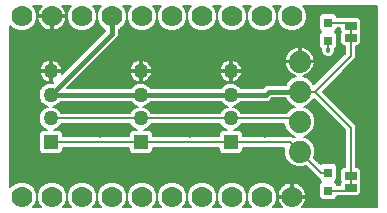
<source format=gtl>
G75*
%MOIN*%
%OFA0B0*%
%FSLAX25Y25*%
%IPPOS*%
%LPD*%
%AMOC8*
5,1,8,0,0,1.08239X$1,22.5*
%
%ADD10C,0.07000*%
%ADD11R,0.05000X0.05000*%
%ADD12C,0.05000*%
%ADD13C,0.07400*%
%ADD14R,0.03150X0.03150*%
%ADD15C,0.00800*%
%ADD16R,0.04000X0.02500*%
%ADD17C,0.00600*%
%ADD18C,0.01800*%
%ADD19C,0.01600*%
D10*
X0011800Y0023933D03*
X0021800Y0023933D03*
X0031800Y0023933D03*
X0041800Y0023933D03*
X0051800Y0023933D03*
X0061800Y0023933D03*
X0071800Y0023933D03*
X0081800Y0023933D03*
X0091800Y0023933D03*
X0101800Y0023933D03*
X0101800Y0084033D03*
X0091800Y0084033D03*
X0081800Y0084033D03*
X0071800Y0084033D03*
X0061800Y0084033D03*
X0051800Y0084033D03*
X0041800Y0084033D03*
X0031800Y0084033D03*
X0021800Y0084033D03*
X0011800Y0084033D03*
D11*
X0021400Y0042172D03*
X0051400Y0042172D03*
X0081400Y0042172D03*
D12*
X0081400Y0050046D03*
X0081400Y0057920D03*
X0081400Y0065794D03*
X0051400Y0065794D03*
X0051400Y0057920D03*
X0051400Y0050046D03*
X0021400Y0050046D03*
X0021400Y0057920D03*
X0021400Y0065794D03*
D13*
X0104400Y0068983D03*
X0104400Y0058983D03*
X0104400Y0048983D03*
X0104400Y0038983D03*
D14*
X0113900Y0031983D03*
X0113900Y0025983D03*
X0113900Y0075983D03*
X0113900Y0081983D03*
D15*
X0120400Y0081983D01*
X0120500Y0081883D01*
X0121400Y0081883D01*
X0121400Y0080983D01*
X0121400Y0080483D02*
X0121400Y0077483D01*
X0121400Y0076983D02*
X0121400Y0070983D01*
X0109400Y0058983D01*
X0104400Y0058983D01*
X0109400Y0058983D02*
X0121400Y0046983D01*
X0121400Y0030983D01*
X0121400Y0030483D02*
X0121400Y0027483D01*
X0121400Y0026983D02*
X0121400Y0026083D01*
X0120500Y0026083D01*
X0120400Y0025983D01*
X0113900Y0025983D01*
X0113900Y0031983D02*
X0111400Y0031983D01*
X0104400Y0038983D01*
X0101211Y0042172D01*
X0081400Y0042172D01*
X0051400Y0042172D01*
X0021400Y0042172D01*
X0021400Y0050046D02*
X0051400Y0050046D01*
X0081400Y0050046D01*
X0103337Y0050046D01*
X0104400Y0048983D01*
X0113900Y0072883D02*
X0113900Y0075983D01*
D16*
X0121400Y0076983D03*
X0121400Y0080983D03*
X0121400Y0030983D03*
X0121400Y0026983D03*
D17*
X0016039Y0021101D02*
X0015421Y0020483D01*
X0018179Y0020483D01*
X0017561Y0021101D01*
X0016800Y0022938D01*
X0016800Y0024928D01*
X0016039Y0026765D01*
X0014632Y0028172D01*
X0012795Y0028933D01*
X0010805Y0028933D01*
X0008968Y0028172D01*
X0007900Y0027104D01*
X0007900Y0080862D01*
X0008968Y0079794D01*
X0010805Y0079033D01*
X0012795Y0079033D01*
X0014632Y0079794D01*
X0016039Y0081201D01*
X0016800Y0083038D01*
X0016800Y0085028D01*
X0016039Y0086865D01*
X0015421Y0087483D01*
X0018462Y0087483D01*
X0018139Y0087160D01*
X0017695Y0086549D01*
X0017352Y0085876D01*
X0017118Y0085157D01*
X0017000Y0084411D01*
X0017000Y0084333D01*
X0021500Y0084333D01*
X0021500Y0083733D01*
X0022100Y0083733D01*
X0022100Y0079233D01*
X0022178Y0079233D01*
X0022924Y0079351D01*
X0023643Y0079585D01*
X0024316Y0079928D01*
X0024927Y0080372D01*
X0025461Y0080906D01*
X0025905Y0081517D01*
X0026248Y0082191D01*
X0026482Y0082909D01*
X0026600Y0083655D01*
X0026600Y0083733D01*
X0022100Y0083733D01*
X0022100Y0084333D01*
X0026600Y0084333D01*
X0026600Y0084411D01*
X0026482Y0085157D01*
X0026248Y0085876D01*
X0025905Y0086549D01*
X0025461Y0087160D01*
X0025138Y0087483D01*
X0028179Y0087483D01*
X0027561Y0086865D01*
X0026800Y0085028D01*
X0026800Y0083038D01*
X0027561Y0081201D01*
X0028968Y0079794D01*
X0030805Y0079033D01*
X0032795Y0079033D01*
X0034632Y0079794D01*
X0036039Y0081201D01*
X0036800Y0083038D01*
X0037561Y0081201D01*
X0038968Y0079794D01*
X0039500Y0079574D01*
X0039500Y0079273D01*
X0025089Y0064862D01*
X0025200Y0065420D01*
X0025200Y0065494D01*
X0021700Y0065494D01*
X0021700Y0061994D01*
X0021774Y0061994D01*
X0022332Y0062105D01*
X0022147Y0061920D01*
X0020604Y0061920D01*
X0019134Y0061311D01*
X0018009Y0060186D01*
X0017400Y0058716D01*
X0017400Y0057124D01*
X0018009Y0055654D01*
X0019134Y0054529D01*
X0020452Y0053983D01*
X0019134Y0053437D01*
X0018009Y0052312D01*
X0017400Y0050842D01*
X0017400Y0049250D01*
X0018009Y0047780D01*
X0019134Y0046655D01*
X0020300Y0046172D01*
X0018279Y0046172D01*
X0017400Y0045293D01*
X0017400Y0039051D01*
X0018279Y0038172D01*
X0024521Y0038172D01*
X0025400Y0039051D01*
X0025400Y0040272D01*
X0047400Y0040272D01*
X0047400Y0039051D01*
X0048279Y0038172D01*
X0054521Y0038172D01*
X0055400Y0039051D01*
X0055400Y0040272D01*
X0077400Y0040272D01*
X0077400Y0039051D01*
X0078279Y0038172D01*
X0084521Y0038172D01*
X0085400Y0039051D01*
X0085400Y0040272D01*
X0099305Y0040272D01*
X0099200Y0040017D01*
X0099200Y0037949D01*
X0099992Y0036038D01*
X0101454Y0034575D01*
X0103366Y0033783D01*
X0105434Y0033783D01*
X0106480Y0034216D01*
X0109500Y0031196D01*
X0110613Y0030083D01*
X0110825Y0030083D01*
X0110825Y0029787D01*
X0111629Y0028983D01*
X0110825Y0028179D01*
X0110825Y0023787D01*
X0111704Y0022908D01*
X0116096Y0022908D01*
X0116975Y0023787D01*
X0116975Y0024083D01*
X0121187Y0024083D01*
X0121287Y0024183D01*
X0122187Y0024183D01*
X0122237Y0024233D01*
X0124021Y0024233D01*
X0124900Y0025112D01*
X0124900Y0028854D01*
X0124771Y0028983D01*
X0124900Y0029112D01*
X0124900Y0032854D01*
X0124021Y0033733D01*
X0123300Y0033733D01*
X0123300Y0047770D01*
X0122187Y0048883D01*
X0112087Y0058983D01*
X0123300Y0070196D01*
X0123300Y0074233D01*
X0124021Y0074233D01*
X0124900Y0075112D01*
X0124900Y0078854D01*
X0124771Y0078983D01*
X0124900Y0079112D01*
X0124900Y0082854D01*
X0124021Y0083733D01*
X0122237Y0083733D01*
X0122187Y0083783D01*
X0121287Y0083783D01*
X0121187Y0083883D01*
X0116975Y0083883D01*
X0116975Y0084179D01*
X0116096Y0085058D01*
X0111704Y0085058D01*
X0110825Y0084179D01*
X0110825Y0079787D01*
X0111629Y0078983D01*
X0110825Y0078179D01*
X0110825Y0073787D01*
X0111500Y0073112D01*
X0111500Y0072406D01*
X0111865Y0071524D01*
X0112541Y0070848D01*
X0113423Y0070483D01*
X0114377Y0070483D01*
X0115259Y0070848D01*
X0115935Y0071524D01*
X0116300Y0072406D01*
X0116300Y0073112D01*
X0116975Y0073787D01*
X0116975Y0078179D01*
X0116171Y0078983D01*
X0116975Y0079787D01*
X0116975Y0080083D01*
X0117900Y0080083D01*
X0117900Y0079112D01*
X0118029Y0078983D01*
X0117900Y0078854D01*
X0117900Y0075112D01*
X0118779Y0074233D01*
X0119500Y0074233D01*
X0119500Y0071770D01*
X0109057Y0061327D01*
X0108808Y0061929D01*
X0107346Y0063391D01*
X0105598Y0064115D01*
X0106319Y0064349D01*
X0107021Y0064707D01*
X0107657Y0065169D01*
X0108214Y0065726D01*
X0108676Y0066362D01*
X0109034Y0067064D01*
X0109277Y0067812D01*
X0109400Y0068590D01*
X0109400Y0068683D01*
X0104700Y0068683D01*
X0104700Y0069283D01*
X0109400Y0069283D01*
X0109400Y0069377D01*
X0109277Y0070154D01*
X0109034Y0070902D01*
X0108676Y0071604D01*
X0108214Y0072240D01*
X0107657Y0072797D01*
X0107021Y0073259D01*
X0106319Y0073617D01*
X0105571Y0073860D01*
X0104794Y0073983D01*
X0104700Y0073983D01*
X0104700Y0069283D01*
X0104100Y0069283D01*
X0104100Y0068683D01*
X0099400Y0068683D01*
X0099400Y0068590D01*
X0099523Y0067812D01*
X0099766Y0067064D01*
X0100124Y0066362D01*
X0100586Y0065726D01*
X0101143Y0065169D01*
X0101779Y0064707D01*
X0102481Y0064349D01*
X0103202Y0064115D01*
X0101454Y0063391D01*
X0099992Y0061929D01*
X0099724Y0061283D01*
X0093247Y0061283D01*
X0092184Y0060220D01*
X0084757Y0060220D01*
X0083666Y0061311D01*
X0082196Y0061920D01*
X0080604Y0061920D01*
X0079134Y0061311D01*
X0078043Y0060220D01*
X0054757Y0060220D01*
X0053666Y0061311D01*
X0052196Y0061920D01*
X0050604Y0061920D01*
X0049134Y0061311D01*
X0048043Y0060220D01*
X0026953Y0060220D01*
X0044100Y0077367D01*
X0044100Y0079574D01*
X0044632Y0079794D01*
X0046039Y0081201D01*
X0046800Y0083038D01*
X0047561Y0081201D01*
X0048968Y0079794D01*
X0050805Y0079033D01*
X0052795Y0079033D01*
X0054632Y0079794D01*
X0056039Y0081201D01*
X0056800Y0083038D01*
X0057561Y0081201D01*
X0058968Y0079794D01*
X0060805Y0079033D01*
X0062795Y0079033D01*
X0064632Y0079794D01*
X0066039Y0081201D01*
X0066800Y0083038D01*
X0067561Y0081201D01*
X0068968Y0079794D01*
X0070805Y0079033D01*
X0072795Y0079033D01*
X0074632Y0079794D01*
X0076039Y0081201D01*
X0076800Y0083038D01*
X0077561Y0081201D01*
X0078968Y0079794D01*
X0080805Y0079033D01*
X0082795Y0079033D01*
X0084632Y0079794D01*
X0086039Y0081201D01*
X0086800Y0083038D01*
X0087561Y0081201D01*
X0088968Y0079794D01*
X0090805Y0079033D01*
X0092795Y0079033D01*
X0094632Y0079794D01*
X0096039Y0081201D01*
X0096800Y0083038D01*
X0097561Y0081201D01*
X0098968Y0079794D01*
X0100805Y0079033D01*
X0102795Y0079033D01*
X0104632Y0079794D01*
X0106039Y0081201D01*
X0106800Y0083038D01*
X0106800Y0085028D01*
X0106039Y0086865D01*
X0105421Y0087483D01*
X0130300Y0087483D01*
X0130300Y0020483D01*
X0105138Y0020483D01*
X0105461Y0020806D01*
X0105905Y0021417D01*
X0106248Y0022091D01*
X0106482Y0022809D01*
X0106600Y0023555D01*
X0106600Y0023633D01*
X0102100Y0023633D01*
X0102100Y0024233D01*
X0106600Y0024233D01*
X0106600Y0024311D01*
X0106482Y0025057D01*
X0106248Y0025776D01*
X0105905Y0026449D01*
X0105461Y0027060D01*
X0104927Y0027594D01*
X0104316Y0028038D01*
X0103643Y0028381D01*
X0102924Y0028615D01*
X0102178Y0028733D01*
X0102100Y0028733D01*
X0102100Y0024233D01*
X0101500Y0024233D01*
X0101500Y0023633D01*
X0097000Y0023633D01*
X0097000Y0023555D01*
X0097118Y0022809D01*
X0097352Y0022091D01*
X0097695Y0021417D01*
X0098139Y0020806D01*
X0098462Y0020483D01*
X0095421Y0020483D01*
X0096039Y0021101D01*
X0096800Y0022938D01*
X0096800Y0024928D01*
X0096039Y0026765D01*
X0094632Y0028172D01*
X0092795Y0028933D01*
X0090805Y0028933D01*
X0088968Y0028172D01*
X0087561Y0026765D01*
X0086800Y0024928D01*
X0086039Y0026765D01*
X0084632Y0028172D01*
X0082795Y0028933D01*
X0080805Y0028933D01*
X0078968Y0028172D01*
X0077561Y0026765D01*
X0076800Y0024928D01*
X0076039Y0026765D01*
X0074632Y0028172D01*
X0072795Y0028933D01*
X0070805Y0028933D01*
X0068968Y0028172D01*
X0067561Y0026765D01*
X0066800Y0024928D01*
X0066039Y0026765D01*
X0064632Y0028172D01*
X0062795Y0028933D01*
X0060805Y0028933D01*
X0058968Y0028172D01*
X0057561Y0026765D01*
X0056800Y0024928D01*
X0056039Y0026765D01*
X0054632Y0028172D01*
X0052795Y0028933D01*
X0050805Y0028933D01*
X0048968Y0028172D01*
X0047561Y0026765D01*
X0046800Y0024928D01*
X0046039Y0026765D01*
X0044632Y0028172D01*
X0042795Y0028933D01*
X0040805Y0028933D01*
X0038968Y0028172D01*
X0037561Y0026765D01*
X0036800Y0024928D01*
X0036039Y0026765D01*
X0034632Y0028172D01*
X0032795Y0028933D01*
X0030805Y0028933D01*
X0028968Y0028172D01*
X0027561Y0026765D01*
X0026800Y0024928D01*
X0026039Y0026765D01*
X0024632Y0028172D01*
X0022795Y0028933D01*
X0020805Y0028933D01*
X0018968Y0028172D01*
X0017561Y0026765D01*
X0016800Y0024928D01*
X0016800Y0022938D01*
X0016039Y0021101D01*
X0016153Y0021377D02*
X0017447Y0021377D01*
X0017199Y0021976D02*
X0016401Y0021976D01*
X0016649Y0022574D02*
X0016951Y0022574D01*
X0016800Y0023173D02*
X0016800Y0023173D01*
X0016800Y0023771D02*
X0016800Y0023771D01*
X0016800Y0024370D02*
X0016800Y0024370D01*
X0016783Y0024968D02*
X0016817Y0024968D01*
X0017065Y0025567D02*
X0016535Y0025567D01*
X0016287Y0026165D02*
X0017313Y0026165D01*
X0017561Y0026764D02*
X0016039Y0026764D01*
X0015442Y0027362D02*
X0018158Y0027362D01*
X0018757Y0027961D02*
X0014843Y0027961D01*
X0013697Y0028559D02*
X0019903Y0028559D01*
X0023697Y0028559D02*
X0029903Y0028559D01*
X0028757Y0027961D02*
X0024843Y0027961D01*
X0025442Y0027362D02*
X0028158Y0027362D01*
X0027561Y0026764D02*
X0026039Y0026764D01*
X0026287Y0026165D02*
X0027313Y0026165D01*
X0027065Y0025567D02*
X0026535Y0025567D01*
X0026783Y0024968D02*
X0026817Y0024968D01*
X0026800Y0024928D02*
X0026800Y0022938D01*
X0026039Y0021101D01*
X0025421Y0020483D01*
X0028179Y0020483D01*
X0027561Y0021101D01*
X0026800Y0022938D01*
X0026800Y0024928D01*
X0026800Y0024370D02*
X0026800Y0024370D01*
X0026800Y0023771D02*
X0026800Y0023771D01*
X0026800Y0023173D02*
X0026800Y0023173D01*
X0026649Y0022574D02*
X0026951Y0022574D01*
X0027199Y0021976D02*
X0026401Y0021976D01*
X0026153Y0021377D02*
X0027447Y0021377D01*
X0027883Y0020779D02*
X0025717Y0020779D01*
X0017883Y0020779D02*
X0015717Y0020779D01*
X0008158Y0027362D02*
X0007900Y0027362D01*
X0007900Y0027961D02*
X0008757Y0027961D01*
X0007900Y0028559D02*
X0009903Y0028559D01*
X0007900Y0029158D02*
X0111454Y0029158D01*
X0111205Y0028559D02*
X0103095Y0028559D01*
X0102100Y0028559D02*
X0101500Y0028559D01*
X0101500Y0028733D02*
X0101422Y0028733D01*
X0100676Y0028615D01*
X0099957Y0028381D01*
X0099284Y0028038D01*
X0098673Y0027594D01*
X0098139Y0027060D01*
X0097695Y0026449D01*
X0097352Y0025776D01*
X0097118Y0025057D01*
X0097000Y0024311D01*
X0097000Y0024233D01*
X0101500Y0024233D01*
X0101500Y0028733D01*
X0101500Y0027961D02*
X0102100Y0027961D01*
X0102100Y0027362D02*
X0101500Y0027362D01*
X0101500Y0026764D02*
X0102100Y0026764D01*
X0102100Y0026165D02*
X0101500Y0026165D01*
X0101500Y0025567D02*
X0102100Y0025567D01*
X0102100Y0024968D02*
X0101500Y0024968D01*
X0101500Y0024370D02*
X0102100Y0024370D01*
X0102100Y0023771D02*
X0110841Y0023771D01*
X0110825Y0024370D02*
X0106591Y0024370D01*
X0106496Y0024968D02*
X0110825Y0024968D01*
X0110825Y0025567D02*
X0106316Y0025567D01*
X0106050Y0026165D02*
X0110825Y0026165D01*
X0110825Y0026764D02*
X0105677Y0026764D01*
X0105159Y0027362D02*
X0110825Y0027362D01*
X0110825Y0027961D02*
X0104423Y0027961D01*
X0100505Y0028559D02*
X0093697Y0028559D01*
X0094843Y0027961D02*
X0099177Y0027961D01*
X0098441Y0027362D02*
X0095442Y0027362D01*
X0096039Y0026764D02*
X0097923Y0026764D01*
X0097550Y0026165D02*
X0096287Y0026165D01*
X0096535Y0025567D02*
X0097284Y0025567D01*
X0097104Y0024968D02*
X0096783Y0024968D01*
X0096800Y0024370D02*
X0097009Y0024370D01*
X0096800Y0023771D02*
X0101500Y0023771D01*
X0097410Y0021976D02*
X0096401Y0021976D01*
X0096649Y0022574D02*
X0097195Y0022574D01*
X0097061Y0023173D02*
X0096800Y0023173D01*
X0096153Y0021377D02*
X0097724Y0021377D01*
X0098166Y0020779D02*
X0095717Y0020779D01*
X0088179Y0020483D02*
X0085421Y0020483D01*
X0086039Y0021101D01*
X0086800Y0022938D01*
X0086800Y0024928D01*
X0086800Y0022938D01*
X0087561Y0021101D01*
X0088179Y0020483D01*
X0087883Y0020779D02*
X0085717Y0020779D01*
X0086153Y0021377D02*
X0087447Y0021377D01*
X0087199Y0021976D02*
X0086401Y0021976D01*
X0086649Y0022574D02*
X0086951Y0022574D01*
X0086800Y0023173D02*
X0086800Y0023173D01*
X0086800Y0023771D02*
X0086800Y0023771D01*
X0086800Y0024370D02*
X0086800Y0024370D01*
X0086783Y0024968D02*
X0086817Y0024968D01*
X0087065Y0025567D02*
X0086535Y0025567D01*
X0086287Y0026165D02*
X0087313Y0026165D01*
X0087561Y0026764D02*
X0086039Y0026764D01*
X0085442Y0027362D02*
X0088158Y0027362D01*
X0088757Y0027961D02*
X0084843Y0027961D01*
X0083697Y0028559D02*
X0089903Y0028559D01*
X0079903Y0028559D02*
X0073697Y0028559D01*
X0074843Y0027961D02*
X0078757Y0027961D01*
X0078158Y0027362D02*
X0075442Y0027362D01*
X0076039Y0026764D02*
X0077561Y0026764D01*
X0077313Y0026165D02*
X0076287Y0026165D01*
X0076535Y0025567D02*
X0077065Y0025567D01*
X0076817Y0024968D02*
X0076783Y0024968D01*
X0076800Y0024928D02*
X0076800Y0022938D01*
X0076039Y0021101D01*
X0075421Y0020483D01*
X0078179Y0020483D01*
X0077561Y0021101D01*
X0076800Y0022938D01*
X0076800Y0024928D01*
X0076800Y0024370D02*
X0076800Y0024370D01*
X0076800Y0023771D02*
X0076800Y0023771D01*
X0076800Y0023173D02*
X0076800Y0023173D01*
X0076649Y0022574D02*
X0076951Y0022574D01*
X0077199Y0021976D02*
X0076401Y0021976D01*
X0076153Y0021377D02*
X0077447Y0021377D01*
X0077883Y0020779D02*
X0075717Y0020779D01*
X0068179Y0020483D02*
X0065421Y0020483D01*
X0066039Y0021101D01*
X0066800Y0022938D01*
X0066800Y0024928D01*
X0066800Y0022938D01*
X0067561Y0021101D01*
X0068179Y0020483D01*
X0067883Y0020779D02*
X0065717Y0020779D01*
X0066153Y0021377D02*
X0067447Y0021377D01*
X0067199Y0021976D02*
X0066401Y0021976D01*
X0066649Y0022574D02*
X0066951Y0022574D01*
X0066800Y0023173D02*
X0066800Y0023173D01*
X0066800Y0023771D02*
X0066800Y0023771D01*
X0066800Y0024370D02*
X0066800Y0024370D01*
X0066783Y0024968D02*
X0066817Y0024968D01*
X0067065Y0025567D02*
X0066535Y0025567D01*
X0066287Y0026165D02*
X0067313Y0026165D01*
X0067561Y0026764D02*
X0066039Y0026764D01*
X0065442Y0027362D02*
X0068158Y0027362D01*
X0068757Y0027961D02*
X0064843Y0027961D01*
X0063697Y0028559D02*
X0069903Y0028559D01*
X0059903Y0028559D02*
X0053697Y0028559D01*
X0054843Y0027961D02*
X0058757Y0027961D01*
X0058158Y0027362D02*
X0055442Y0027362D01*
X0056039Y0026764D02*
X0057561Y0026764D01*
X0057313Y0026165D02*
X0056287Y0026165D01*
X0056535Y0025567D02*
X0057065Y0025567D01*
X0056817Y0024968D02*
X0056783Y0024968D01*
X0056800Y0024928D02*
X0056800Y0022938D01*
X0056039Y0021101D01*
X0055421Y0020483D01*
X0058179Y0020483D01*
X0057561Y0021101D01*
X0056800Y0022938D01*
X0056800Y0024928D01*
X0056800Y0024370D02*
X0056800Y0024370D01*
X0056800Y0023771D02*
X0056800Y0023771D01*
X0056800Y0023173D02*
X0056800Y0023173D01*
X0056649Y0022574D02*
X0056951Y0022574D01*
X0057199Y0021976D02*
X0056401Y0021976D01*
X0056153Y0021377D02*
X0057447Y0021377D01*
X0057883Y0020779D02*
X0055717Y0020779D01*
X0048179Y0020483D02*
X0045421Y0020483D01*
X0046039Y0021101D01*
X0046800Y0022938D01*
X0046800Y0024928D01*
X0046800Y0022938D01*
X0047561Y0021101D01*
X0048179Y0020483D01*
X0047883Y0020779D02*
X0045717Y0020779D01*
X0046153Y0021377D02*
X0047447Y0021377D01*
X0047199Y0021976D02*
X0046401Y0021976D01*
X0046649Y0022574D02*
X0046951Y0022574D01*
X0046800Y0023173D02*
X0046800Y0023173D01*
X0046800Y0023771D02*
X0046800Y0023771D01*
X0046800Y0024370D02*
X0046800Y0024370D01*
X0046783Y0024968D02*
X0046817Y0024968D01*
X0047065Y0025567D02*
X0046535Y0025567D01*
X0046287Y0026165D02*
X0047313Y0026165D01*
X0047561Y0026764D02*
X0046039Y0026764D01*
X0045442Y0027362D02*
X0048158Y0027362D01*
X0048757Y0027961D02*
X0044843Y0027961D01*
X0043697Y0028559D02*
X0049903Y0028559D01*
X0039903Y0028559D02*
X0033697Y0028559D01*
X0034843Y0027961D02*
X0038757Y0027961D01*
X0038158Y0027362D02*
X0035442Y0027362D01*
X0036039Y0026764D02*
X0037561Y0026764D01*
X0037313Y0026165D02*
X0036287Y0026165D01*
X0036535Y0025567D02*
X0037065Y0025567D01*
X0036817Y0024968D02*
X0036783Y0024968D01*
X0036800Y0024928D02*
X0036800Y0022938D01*
X0036039Y0021101D01*
X0035421Y0020483D01*
X0038179Y0020483D01*
X0037561Y0021101D01*
X0036800Y0022938D01*
X0036800Y0024928D01*
X0036800Y0024370D02*
X0036800Y0024370D01*
X0036800Y0023771D02*
X0036800Y0023771D01*
X0036800Y0023173D02*
X0036800Y0023173D01*
X0036649Y0022574D02*
X0036951Y0022574D01*
X0037199Y0021976D02*
X0036401Y0021976D01*
X0036153Y0021377D02*
X0037447Y0021377D01*
X0037883Y0020779D02*
X0035717Y0020779D01*
X0007900Y0029756D02*
X0110856Y0029756D01*
X0110341Y0030355D02*
X0007900Y0030355D01*
X0007900Y0030953D02*
X0109743Y0030953D01*
X0109144Y0031552D02*
X0007900Y0031552D01*
X0007900Y0032150D02*
X0108546Y0032150D01*
X0107947Y0032749D02*
X0007900Y0032749D01*
X0007900Y0033347D02*
X0107349Y0033347D01*
X0106750Y0033946D02*
X0105827Y0033946D01*
X0102973Y0033946D02*
X0007900Y0033946D01*
X0007900Y0034544D02*
X0101528Y0034544D01*
X0100886Y0035143D02*
X0007900Y0035143D01*
X0007900Y0035741D02*
X0100288Y0035741D01*
X0099866Y0036340D02*
X0007900Y0036340D01*
X0007900Y0036938D02*
X0099618Y0036938D01*
X0099371Y0037537D02*
X0007900Y0037537D01*
X0007900Y0038135D02*
X0099200Y0038135D01*
X0099200Y0038734D02*
X0085083Y0038734D01*
X0085400Y0039332D02*
X0099200Y0039332D01*
X0099200Y0039931D02*
X0085400Y0039931D01*
X0077717Y0038734D02*
X0055083Y0038734D01*
X0055400Y0039332D02*
X0077400Y0039332D01*
X0077400Y0039931D02*
X0055400Y0039931D01*
X0047717Y0038734D02*
X0025083Y0038734D01*
X0025400Y0039332D02*
X0047400Y0039332D01*
X0047400Y0039931D02*
X0025400Y0039931D01*
X0017717Y0038734D02*
X0007900Y0038734D01*
X0007900Y0039332D02*
X0017400Y0039332D01*
X0017400Y0039931D02*
X0007900Y0039931D01*
X0007900Y0040529D02*
X0017400Y0040529D01*
X0017400Y0041128D02*
X0007900Y0041128D01*
X0007900Y0041727D02*
X0017400Y0041727D01*
X0017400Y0042325D02*
X0007900Y0042325D01*
X0007900Y0042924D02*
X0017400Y0042924D01*
X0017400Y0043522D02*
X0007900Y0043522D01*
X0007900Y0044121D02*
X0017400Y0044121D01*
X0017400Y0044719D02*
X0007900Y0044719D01*
X0007900Y0045318D02*
X0017424Y0045318D01*
X0018023Y0045916D02*
X0007900Y0045916D01*
X0007900Y0046515D02*
X0019473Y0046515D01*
X0018676Y0047113D02*
X0007900Y0047113D01*
X0007900Y0047712D02*
X0018078Y0047712D01*
X0017789Y0048310D02*
X0007900Y0048310D01*
X0007900Y0048909D02*
X0017542Y0048909D01*
X0017400Y0049507D02*
X0007900Y0049507D01*
X0007900Y0050106D02*
X0017400Y0050106D01*
X0017400Y0050704D02*
X0007900Y0050704D01*
X0007900Y0051303D02*
X0017591Y0051303D01*
X0017839Y0051901D02*
X0007900Y0051901D01*
X0007900Y0052500D02*
X0018197Y0052500D01*
X0018795Y0053098D02*
X0007900Y0053098D01*
X0007900Y0053697D02*
X0019761Y0053697D01*
X0019699Y0054295D02*
X0007900Y0054295D01*
X0007900Y0054894D02*
X0018769Y0054894D01*
X0018171Y0055492D02*
X0007900Y0055492D01*
X0007900Y0056091D02*
X0017828Y0056091D01*
X0017580Y0056689D02*
X0007900Y0056689D01*
X0007900Y0057288D02*
X0017400Y0057288D01*
X0017400Y0057886D02*
X0007900Y0057886D01*
X0007900Y0058485D02*
X0017400Y0058485D01*
X0017552Y0059083D02*
X0007900Y0059083D01*
X0007900Y0059682D02*
X0017800Y0059682D01*
X0018103Y0060280D02*
X0007900Y0060280D01*
X0007900Y0060879D02*
X0018702Y0060879D01*
X0019536Y0061477D02*
X0007900Y0061477D01*
X0007900Y0062076D02*
X0020615Y0062076D01*
X0020292Y0062140D02*
X0021026Y0061994D01*
X0021100Y0061994D01*
X0021100Y0065494D01*
X0021700Y0065494D01*
X0021700Y0066094D01*
X0025200Y0066094D01*
X0025200Y0066168D01*
X0025054Y0066903D01*
X0024768Y0067594D01*
X0024352Y0068216D01*
X0023822Y0068746D01*
X0023200Y0069162D01*
X0022508Y0069448D01*
X0021774Y0069594D01*
X0021700Y0069594D01*
X0021700Y0066094D01*
X0021100Y0066094D01*
X0021100Y0065494D01*
X0017600Y0065494D01*
X0017600Y0065420D01*
X0017746Y0064686D01*
X0018032Y0063994D01*
X0018448Y0063372D01*
X0018978Y0062842D01*
X0019600Y0062427D01*
X0020292Y0062140D01*
X0021100Y0062076D02*
X0021700Y0062076D01*
X0022185Y0062076D02*
X0022303Y0062076D01*
X0021700Y0062674D02*
X0021100Y0062674D01*
X0021100Y0063273D02*
X0021700Y0063273D01*
X0021700Y0063871D02*
X0021100Y0063871D01*
X0021100Y0064470D02*
X0021700Y0064470D01*
X0021700Y0065068D02*
X0021100Y0065068D01*
X0021100Y0065667D02*
X0007900Y0065667D01*
X0007900Y0066265D02*
X0017619Y0066265D01*
X0017600Y0066168D02*
X0017600Y0066094D01*
X0021100Y0066094D01*
X0021100Y0069594D01*
X0021026Y0069594D01*
X0020292Y0069448D01*
X0019600Y0069162D01*
X0018978Y0068746D01*
X0018448Y0068216D01*
X0018032Y0067594D01*
X0017746Y0066903D01*
X0017600Y0066168D01*
X0017738Y0066864D02*
X0007900Y0066864D01*
X0007900Y0067462D02*
X0017978Y0067462D01*
X0018344Y0068061D02*
X0007900Y0068061D01*
X0007900Y0068660D02*
X0018891Y0068660D01*
X0019833Y0069258D02*
X0007900Y0069258D01*
X0007900Y0069857D02*
X0030084Y0069857D01*
X0030682Y0070455D02*
X0007900Y0070455D01*
X0007900Y0071054D02*
X0031281Y0071054D01*
X0031879Y0071652D02*
X0007900Y0071652D01*
X0007900Y0072251D02*
X0032478Y0072251D01*
X0033076Y0072849D02*
X0007900Y0072849D01*
X0007900Y0073448D02*
X0033675Y0073448D01*
X0034273Y0074046D02*
X0007900Y0074046D01*
X0007900Y0074645D02*
X0034872Y0074645D01*
X0035470Y0075243D02*
X0007900Y0075243D01*
X0007900Y0075842D02*
X0036069Y0075842D01*
X0036667Y0076440D02*
X0007900Y0076440D01*
X0007900Y0077039D02*
X0037266Y0077039D01*
X0037864Y0077637D02*
X0007900Y0077637D01*
X0007900Y0078236D02*
X0038463Y0078236D01*
X0039061Y0078834D02*
X0007900Y0078834D01*
X0007900Y0079433D02*
X0009841Y0079433D01*
X0008731Y0080031D02*
X0007900Y0080031D01*
X0007900Y0080630D02*
X0008132Y0080630D01*
X0013759Y0079433D02*
X0020425Y0079433D01*
X0020676Y0079351D02*
X0021422Y0079233D01*
X0021500Y0079233D01*
X0021500Y0083733D01*
X0017000Y0083733D01*
X0017000Y0083655D01*
X0017118Y0082909D01*
X0017352Y0082191D01*
X0017695Y0081517D01*
X0018139Y0080906D01*
X0018673Y0080372D01*
X0019284Y0079928D01*
X0019957Y0079585D01*
X0020676Y0079351D01*
X0021500Y0079433D02*
X0022100Y0079433D01*
X0022100Y0080031D02*
X0021500Y0080031D01*
X0021500Y0080630D02*
X0022100Y0080630D01*
X0022100Y0081228D02*
X0021500Y0081228D01*
X0021500Y0081827D02*
X0022100Y0081827D01*
X0022100Y0082425D02*
X0021500Y0082425D01*
X0021500Y0083024D02*
X0022100Y0083024D01*
X0022100Y0083622D02*
X0021500Y0083622D01*
X0021500Y0084221D02*
X0016800Y0084221D01*
X0016800Y0084819D02*
X0017065Y0084819D01*
X0017203Y0085418D02*
X0016638Y0085418D01*
X0016390Y0086016D02*
X0017423Y0086016D01*
X0017743Y0086615D02*
X0016143Y0086615D01*
X0015691Y0087213D02*
X0018192Y0087213D01*
X0017005Y0083622D02*
X0016800Y0083622D01*
X0016794Y0083024D02*
X0017100Y0083024D01*
X0017275Y0082425D02*
X0016546Y0082425D01*
X0016298Y0081827D02*
X0017537Y0081827D01*
X0017905Y0081228D02*
X0016050Y0081228D01*
X0015468Y0080630D02*
X0018415Y0080630D01*
X0019142Y0080031D02*
X0014869Y0080031D01*
X0022100Y0084221D02*
X0026800Y0084221D01*
X0026800Y0084819D02*
X0026535Y0084819D01*
X0026397Y0085418D02*
X0026962Y0085418D01*
X0027210Y0086016D02*
X0026177Y0086016D01*
X0025857Y0086615D02*
X0027457Y0086615D01*
X0027909Y0087213D02*
X0025408Y0087213D01*
X0026595Y0083622D02*
X0026800Y0083622D01*
X0026806Y0083024D02*
X0026500Y0083024D01*
X0026325Y0082425D02*
X0027054Y0082425D01*
X0027302Y0081827D02*
X0026063Y0081827D01*
X0025695Y0081228D02*
X0027550Y0081228D01*
X0028132Y0080630D02*
X0025185Y0080630D01*
X0024458Y0080031D02*
X0028731Y0080031D01*
X0029841Y0079433D02*
X0023175Y0079433D01*
X0033759Y0079433D02*
X0039500Y0079433D01*
X0038731Y0080031D02*
X0034869Y0080031D01*
X0035468Y0080630D02*
X0038132Y0080630D01*
X0037550Y0081228D02*
X0036050Y0081228D01*
X0036298Y0081827D02*
X0037302Y0081827D01*
X0037054Y0082425D02*
X0036546Y0082425D01*
X0036794Y0083024D02*
X0036806Y0083024D01*
X0036800Y0083038D02*
X0036800Y0085028D01*
X0037561Y0086865D01*
X0038179Y0087483D01*
X0035421Y0087483D01*
X0036039Y0086865D01*
X0036800Y0085028D01*
X0036800Y0083038D01*
X0036800Y0083622D02*
X0036800Y0083622D01*
X0036800Y0084221D02*
X0036800Y0084221D01*
X0036800Y0084819D02*
X0036800Y0084819D01*
X0036638Y0085418D02*
X0036962Y0085418D01*
X0037210Y0086016D02*
X0036390Y0086016D01*
X0036143Y0086615D02*
X0037457Y0086615D01*
X0037909Y0087213D02*
X0035691Y0087213D01*
X0045421Y0087483D02*
X0048179Y0087483D01*
X0047561Y0086865D01*
X0046800Y0085028D01*
X0046800Y0083038D01*
X0046800Y0085028D01*
X0046039Y0086865D01*
X0045421Y0087483D01*
X0045691Y0087213D02*
X0047909Y0087213D01*
X0047457Y0086615D02*
X0046143Y0086615D01*
X0046390Y0086016D02*
X0047210Y0086016D01*
X0046962Y0085418D02*
X0046638Y0085418D01*
X0046800Y0084819D02*
X0046800Y0084819D01*
X0046800Y0084221D02*
X0046800Y0084221D01*
X0046800Y0083622D02*
X0046800Y0083622D01*
X0046794Y0083024D02*
X0046806Y0083024D01*
X0047054Y0082425D02*
X0046546Y0082425D01*
X0046298Y0081827D02*
X0047302Y0081827D01*
X0047550Y0081228D02*
X0046050Y0081228D01*
X0045468Y0080630D02*
X0048132Y0080630D01*
X0048731Y0080031D02*
X0044869Y0080031D01*
X0044100Y0079433D02*
X0049841Y0079433D01*
X0053759Y0079433D02*
X0059841Y0079433D01*
X0058731Y0080031D02*
X0054869Y0080031D01*
X0055468Y0080630D02*
X0058132Y0080630D01*
X0057550Y0081228D02*
X0056050Y0081228D01*
X0056298Y0081827D02*
X0057302Y0081827D01*
X0057054Y0082425D02*
X0056546Y0082425D01*
X0056794Y0083024D02*
X0056806Y0083024D01*
X0056800Y0083038D02*
X0056800Y0085028D01*
X0057561Y0086865D01*
X0058179Y0087483D01*
X0055421Y0087483D01*
X0056039Y0086865D01*
X0056800Y0085028D01*
X0056800Y0083038D01*
X0056800Y0083622D02*
X0056800Y0083622D01*
X0056800Y0084221D02*
X0056800Y0084221D01*
X0056800Y0084819D02*
X0056800Y0084819D01*
X0056638Y0085418D02*
X0056962Y0085418D01*
X0057210Y0086016D02*
X0056390Y0086016D01*
X0056143Y0086615D02*
X0057457Y0086615D01*
X0057909Y0087213D02*
X0055691Y0087213D01*
X0065421Y0087483D02*
X0066039Y0086865D01*
X0066800Y0085028D01*
X0066800Y0083038D01*
X0066800Y0085028D01*
X0067561Y0086865D01*
X0068179Y0087483D01*
X0065421Y0087483D01*
X0065691Y0087213D02*
X0067909Y0087213D01*
X0067457Y0086615D02*
X0066143Y0086615D01*
X0066390Y0086016D02*
X0067210Y0086016D01*
X0066962Y0085418D02*
X0066638Y0085418D01*
X0066800Y0084819D02*
X0066800Y0084819D01*
X0066800Y0084221D02*
X0066800Y0084221D01*
X0066800Y0083622D02*
X0066800Y0083622D01*
X0066794Y0083024D02*
X0066806Y0083024D01*
X0067054Y0082425D02*
X0066546Y0082425D01*
X0066298Y0081827D02*
X0067302Y0081827D01*
X0067550Y0081228D02*
X0066050Y0081228D01*
X0065468Y0080630D02*
X0068132Y0080630D01*
X0068731Y0080031D02*
X0064869Y0080031D01*
X0063759Y0079433D02*
X0069841Y0079433D01*
X0073759Y0079433D02*
X0079841Y0079433D01*
X0078731Y0080031D02*
X0074869Y0080031D01*
X0075468Y0080630D02*
X0078132Y0080630D01*
X0077550Y0081228D02*
X0076050Y0081228D01*
X0076298Y0081827D02*
X0077302Y0081827D01*
X0077054Y0082425D02*
X0076546Y0082425D01*
X0076794Y0083024D02*
X0076806Y0083024D01*
X0076800Y0083038D02*
X0076800Y0085028D01*
X0077561Y0086865D01*
X0078179Y0087483D01*
X0075421Y0087483D01*
X0076039Y0086865D01*
X0076800Y0085028D01*
X0076800Y0083038D01*
X0076800Y0083622D02*
X0076800Y0083622D01*
X0076800Y0084221D02*
X0076800Y0084221D01*
X0076800Y0084819D02*
X0076800Y0084819D01*
X0076638Y0085418D02*
X0076962Y0085418D01*
X0077210Y0086016D02*
X0076390Y0086016D01*
X0076143Y0086615D02*
X0077457Y0086615D01*
X0077909Y0087213D02*
X0075691Y0087213D01*
X0085421Y0087483D02*
X0086039Y0086865D01*
X0086800Y0085028D01*
X0086800Y0083038D01*
X0086800Y0085028D01*
X0087561Y0086865D01*
X0088179Y0087483D01*
X0085421Y0087483D01*
X0085691Y0087213D02*
X0087909Y0087213D01*
X0087457Y0086615D02*
X0086143Y0086615D01*
X0086390Y0086016D02*
X0087210Y0086016D01*
X0086962Y0085418D02*
X0086638Y0085418D01*
X0086800Y0084819D02*
X0086800Y0084819D01*
X0086800Y0084221D02*
X0086800Y0084221D01*
X0086800Y0083622D02*
X0086800Y0083622D01*
X0086794Y0083024D02*
X0086806Y0083024D01*
X0087054Y0082425D02*
X0086546Y0082425D01*
X0086298Y0081827D02*
X0087302Y0081827D01*
X0087550Y0081228D02*
X0086050Y0081228D01*
X0085468Y0080630D02*
X0088132Y0080630D01*
X0088731Y0080031D02*
X0084869Y0080031D01*
X0083759Y0079433D02*
X0089841Y0079433D01*
X0093759Y0079433D02*
X0099841Y0079433D01*
X0098731Y0080031D02*
X0094869Y0080031D01*
X0095468Y0080630D02*
X0098132Y0080630D01*
X0097550Y0081228D02*
X0096050Y0081228D01*
X0096298Y0081827D02*
X0097302Y0081827D01*
X0097054Y0082425D02*
X0096546Y0082425D01*
X0096794Y0083024D02*
X0096806Y0083024D01*
X0096800Y0083038D02*
X0096800Y0085028D01*
X0097561Y0086865D01*
X0098179Y0087483D01*
X0095421Y0087483D01*
X0096039Y0086865D01*
X0096800Y0085028D01*
X0096800Y0083038D01*
X0096800Y0083622D02*
X0096800Y0083622D01*
X0096800Y0084221D02*
X0096800Y0084221D01*
X0096800Y0084819D02*
X0096800Y0084819D01*
X0096638Y0085418D02*
X0096962Y0085418D01*
X0097210Y0086016D02*
X0096390Y0086016D01*
X0096143Y0086615D02*
X0097457Y0086615D01*
X0097909Y0087213D02*
X0095691Y0087213D01*
X0105691Y0087213D02*
X0130300Y0087213D01*
X0130300Y0086615D02*
X0106143Y0086615D01*
X0106390Y0086016D02*
X0130300Y0086016D01*
X0130300Y0085418D02*
X0106638Y0085418D01*
X0106800Y0084819D02*
X0111465Y0084819D01*
X0110867Y0084221D02*
X0106800Y0084221D01*
X0106800Y0083622D02*
X0110825Y0083622D01*
X0110825Y0083024D02*
X0106794Y0083024D01*
X0106546Y0082425D02*
X0110825Y0082425D01*
X0110825Y0081827D02*
X0106298Y0081827D01*
X0106050Y0081228D02*
X0110825Y0081228D01*
X0110825Y0080630D02*
X0105468Y0080630D01*
X0104869Y0080031D02*
X0110825Y0080031D01*
X0111179Y0079433D02*
X0103759Y0079433D01*
X0110882Y0078236D02*
X0044100Y0078236D01*
X0044100Y0078834D02*
X0111480Y0078834D01*
X0110825Y0077637D02*
X0044100Y0077637D01*
X0043771Y0077039D02*
X0110825Y0077039D01*
X0110825Y0076440D02*
X0043173Y0076440D01*
X0042574Y0075842D02*
X0110825Y0075842D01*
X0110825Y0075243D02*
X0041976Y0075243D01*
X0041377Y0074645D02*
X0110825Y0074645D01*
X0110825Y0074046D02*
X0040779Y0074046D01*
X0040180Y0073448D02*
X0102149Y0073448D01*
X0102481Y0073617D02*
X0101779Y0073259D01*
X0101143Y0072797D01*
X0100586Y0072240D01*
X0100124Y0071604D01*
X0099766Y0070902D01*
X0099523Y0070154D01*
X0099400Y0069377D01*
X0099400Y0069283D01*
X0104100Y0069283D01*
X0104100Y0073983D01*
X0104006Y0073983D01*
X0103229Y0073860D01*
X0102481Y0073617D01*
X0101215Y0072849D02*
X0039582Y0072849D01*
X0038983Y0072251D02*
X0100596Y0072251D01*
X0100159Y0071652D02*
X0038385Y0071652D01*
X0037786Y0071054D02*
X0099843Y0071054D01*
X0099621Y0070455D02*
X0037188Y0070455D01*
X0036589Y0069857D02*
X0099476Y0069857D01*
X0099400Y0068660D02*
X0083909Y0068660D01*
X0083822Y0068746D02*
X0084352Y0068216D01*
X0084768Y0067594D01*
X0085054Y0066903D01*
X0085200Y0066168D01*
X0085200Y0066094D01*
X0081700Y0066094D01*
X0081700Y0065494D01*
X0081700Y0061994D01*
X0081774Y0061994D01*
X0082508Y0062140D01*
X0083200Y0062427D01*
X0083822Y0062842D01*
X0084352Y0063372D01*
X0084768Y0063994D01*
X0085054Y0064686D01*
X0085200Y0065420D01*
X0085200Y0065494D01*
X0081700Y0065494D01*
X0081100Y0065494D01*
X0081100Y0061994D01*
X0081026Y0061994D01*
X0080292Y0062140D01*
X0079600Y0062427D01*
X0078978Y0062842D01*
X0078448Y0063372D01*
X0078032Y0063994D01*
X0077746Y0064686D01*
X0077600Y0065420D01*
X0077600Y0065494D01*
X0081100Y0065494D01*
X0081100Y0066094D01*
X0077600Y0066094D01*
X0077600Y0066168D01*
X0077746Y0066903D01*
X0078032Y0067594D01*
X0078448Y0068216D01*
X0078978Y0068746D01*
X0079600Y0069162D01*
X0080292Y0069448D01*
X0081026Y0069594D01*
X0081100Y0069594D01*
X0081100Y0066094D01*
X0081700Y0066094D01*
X0081700Y0069594D01*
X0081774Y0069594D01*
X0082508Y0069448D01*
X0083200Y0069162D01*
X0083822Y0068746D01*
X0084456Y0068061D02*
X0099484Y0068061D01*
X0099637Y0067462D02*
X0084822Y0067462D01*
X0085062Y0066864D02*
X0099868Y0066864D01*
X0100194Y0066265D02*
X0085181Y0066265D01*
X0085130Y0065068D02*
X0101281Y0065068D01*
X0100645Y0065667D02*
X0081700Y0065667D01*
X0081700Y0066265D02*
X0081100Y0066265D01*
X0081100Y0065667D02*
X0051700Y0065667D01*
X0051700Y0065494D02*
X0051700Y0066094D01*
X0055200Y0066094D01*
X0055200Y0066168D01*
X0055054Y0066903D01*
X0054768Y0067594D01*
X0054352Y0068216D01*
X0053822Y0068746D01*
X0053200Y0069162D01*
X0052508Y0069448D01*
X0051774Y0069594D01*
X0051700Y0069594D01*
X0051700Y0066094D01*
X0051100Y0066094D01*
X0051100Y0065494D01*
X0051700Y0065494D01*
X0051700Y0061994D01*
X0051774Y0061994D01*
X0052508Y0062140D01*
X0053200Y0062427D01*
X0053822Y0062842D01*
X0054352Y0063372D01*
X0054768Y0063994D01*
X0055054Y0064686D01*
X0055200Y0065420D01*
X0055200Y0065494D01*
X0051700Y0065494D01*
X0051700Y0065068D02*
X0051100Y0065068D01*
X0051100Y0065494D02*
X0051100Y0061994D01*
X0051026Y0061994D01*
X0050292Y0062140D01*
X0049600Y0062427D01*
X0048978Y0062842D01*
X0048448Y0063372D01*
X0048032Y0063994D01*
X0047746Y0064686D01*
X0047600Y0065420D01*
X0047600Y0065494D01*
X0051100Y0065494D01*
X0051100Y0065667D02*
X0032400Y0065667D01*
X0032998Y0066265D02*
X0047619Y0066265D01*
X0047600Y0066168D02*
X0047600Y0066094D01*
X0051100Y0066094D01*
X0051100Y0069594D01*
X0051026Y0069594D01*
X0050292Y0069448D01*
X0049600Y0069162D01*
X0048978Y0068746D01*
X0048448Y0068216D01*
X0048032Y0067594D01*
X0047746Y0066903D01*
X0047600Y0066168D01*
X0047738Y0066864D02*
X0033597Y0066864D01*
X0034195Y0067462D02*
X0047978Y0067462D01*
X0048344Y0068061D02*
X0034794Y0068061D01*
X0035392Y0068660D02*
X0048891Y0068660D01*
X0049833Y0069258D02*
X0035991Y0069258D01*
X0031801Y0065068D02*
X0047670Y0065068D01*
X0047835Y0064470D02*
X0031203Y0064470D01*
X0030604Y0063871D02*
X0048114Y0063871D01*
X0048547Y0063273D02*
X0030005Y0063273D01*
X0029407Y0062674D02*
X0049229Y0062674D01*
X0049536Y0061477D02*
X0028210Y0061477D01*
X0027611Y0060879D02*
X0048702Y0060879D01*
X0048103Y0060280D02*
X0027013Y0060280D01*
X0028808Y0062076D02*
X0050615Y0062076D01*
X0051100Y0062076D02*
X0051700Y0062076D01*
X0052185Y0062076D02*
X0080615Y0062076D01*
X0081100Y0062076D02*
X0081700Y0062076D01*
X0082185Y0062076D02*
X0100139Y0062076D01*
X0099805Y0061477D02*
X0083264Y0061477D01*
X0084098Y0060879D02*
X0092843Y0060879D01*
X0092245Y0060280D02*
X0084697Y0060280D01*
X0083571Y0062674D02*
X0100737Y0062674D01*
X0101336Y0063273D02*
X0084253Y0063273D01*
X0084686Y0063871D02*
X0102613Y0063871D01*
X0102244Y0064470D02*
X0084965Y0064470D01*
X0081700Y0064470D02*
X0081100Y0064470D01*
X0081100Y0065068D02*
X0081700Y0065068D01*
X0081700Y0066864D02*
X0081100Y0066864D01*
X0081100Y0067462D02*
X0081700Y0067462D01*
X0081700Y0068061D02*
X0081100Y0068061D01*
X0081100Y0068660D02*
X0081700Y0068660D01*
X0081700Y0069258D02*
X0081100Y0069258D01*
X0079833Y0069258D02*
X0052967Y0069258D01*
X0053909Y0068660D02*
X0078891Y0068660D01*
X0078344Y0068061D02*
X0054456Y0068061D01*
X0054822Y0067462D02*
X0077978Y0067462D01*
X0077738Y0066864D02*
X0055062Y0066864D01*
X0055181Y0066265D02*
X0077619Y0066265D01*
X0077670Y0065068D02*
X0055130Y0065068D01*
X0054965Y0064470D02*
X0077835Y0064470D01*
X0078114Y0063871D02*
X0054686Y0063871D01*
X0054253Y0063273D02*
X0078547Y0063273D01*
X0079229Y0062674D02*
X0053571Y0062674D01*
X0053264Y0061477D02*
X0079536Y0061477D01*
X0078702Y0060879D02*
X0054098Y0060879D01*
X0054697Y0060280D02*
X0078103Y0060280D01*
X0081100Y0062674D02*
X0081700Y0062674D01*
X0081700Y0063273D02*
X0081100Y0063273D01*
X0081100Y0063871D02*
X0081700Y0063871D01*
X0082967Y0069258D02*
X0104100Y0069258D01*
X0104100Y0069857D02*
X0104700Y0069857D01*
X0104700Y0070455D02*
X0104100Y0070455D01*
X0104100Y0071054D02*
X0104700Y0071054D01*
X0104700Y0071652D02*
X0104100Y0071652D01*
X0104100Y0072251D02*
X0104700Y0072251D01*
X0104700Y0072849D02*
X0104100Y0072849D01*
X0104100Y0073448D02*
X0104700Y0073448D01*
X0106651Y0073448D02*
X0111165Y0073448D01*
X0111500Y0072849D02*
X0107585Y0072849D01*
X0108204Y0072251D02*
X0111564Y0072251D01*
X0111812Y0071652D02*
X0108641Y0071652D01*
X0108957Y0071054D02*
X0112335Y0071054D01*
X0109324Y0069857D02*
X0117586Y0069857D01*
X0116988Y0069258D02*
X0104700Y0069258D01*
X0109179Y0070455D02*
X0118185Y0070455D01*
X0118783Y0071054D02*
X0115465Y0071054D01*
X0115988Y0071652D02*
X0119382Y0071652D01*
X0119500Y0072251D02*
X0116236Y0072251D01*
X0116300Y0072849D02*
X0119500Y0072849D01*
X0119500Y0073448D02*
X0116635Y0073448D01*
X0116975Y0074046D02*
X0119500Y0074046D01*
X0118367Y0074645D02*
X0116975Y0074645D01*
X0116975Y0075243D02*
X0117900Y0075243D01*
X0117900Y0075842D02*
X0116975Y0075842D01*
X0116975Y0076440D02*
X0117900Y0076440D01*
X0117900Y0077039D02*
X0116975Y0077039D01*
X0116975Y0077637D02*
X0117900Y0077637D01*
X0117900Y0078236D02*
X0116918Y0078236D01*
X0116320Y0078834D02*
X0117900Y0078834D01*
X0117900Y0079433D02*
X0116621Y0079433D01*
X0116975Y0080031D02*
X0117900Y0080031D01*
X0116933Y0084221D02*
X0130300Y0084221D01*
X0130300Y0084819D02*
X0116335Y0084819D01*
X0124132Y0083622D02*
X0130300Y0083622D01*
X0130300Y0083024D02*
X0124731Y0083024D01*
X0124900Y0082425D02*
X0130300Y0082425D01*
X0130300Y0081827D02*
X0124900Y0081827D01*
X0124900Y0081228D02*
X0130300Y0081228D01*
X0130300Y0080630D02*
X0124900Y0080630D01*
X0124900Y0080031D02*
X0130300Y0080031D01*
X0130300Y0079433D02*
X0124900Y0079433D01*
X0124900Y0078834D02*
X0130300Y0078834D01*
X0130300Y0078236D02*
X0124900Y0078236D01*
X0124900Y0077637D02*
X0130300Y0077637D01*
X0130300Y0077039D02*
X0124900Y0077039D01*
X0124900Y0076440D02*
X0130300Y0076440D01*
X0130300Y0075842D02*
X0124900Y0075842D01*
X0124900Y0075243D02*
X0130300Y0075243D01*
X0130300Y0074645D02*
X0124433Y0074645D01*
X0123300Y0074046D02*
X0130300Y0074046D01*
X0130300Y0073448D02*
X0123300Y0073448D01*
X0123300Y0072849D02*
X0130300Y0072849D01*
X0130300Y0072251D02*
X0123300Y0072251D01*
X0123300Y0071652D02*
X0130300Y0071652D01*
X0130300Y0071054D02*
X0123300Y0071054D01*
X0123300Y0070455D02*
X0130300Y0070455D01*
X0130300Y0069857D02*
X0122960Y0069857D01*
X0122362Y0069258D02*
X0130300Y0069258D01*
X0130300Y0068660D02*
X0121763Y0068660D01*
X0121165Y0068061D02*
X0130300Y0068061D01*
X0130300Y0067462D02*
X0120566Y0067462D01*
X0119968Y0066864D02*
X0130300Y0066864D01*
X0130300Y0066265D02*
X0119369Y0066265D01*
X0118771Y0065667D02*
X0130300Y0065667D01*
X0130300Y0065068D02*
X0118172Y0065068D01*
X0117574Y0064470D02*
X0130300Y0064470D01*
X0130300Y0063871D02*
X0116975Y0063871D01*
X0116377Y0063273D02*
X0130300Y0063273D01*
X0130300Y0062674D02*
X0115778Y0062674D01*
X0115180Y0062076D02*
X0130300Y0062076D01*
X0130300Y0061477D02*
X0114581Y0061477D01*
X0113983Y0060879D02*
X0130300Y0060879D01*
X0130300Y0060280D02*
X0113384Y0060280D01*
X0112786Y0059682D02*
X0130300Y0059682D01*
X0130300Y0059083D02*
X0112187Y0059083D01*
X0112585Y0058485D02*
X0130300Y0058485D01*
X0130300Y0057886D02*
X0113184Y0057886D01*
X0113782Y0057288D02*
X0130300Y0057288D01*
X0130300Y0056689D02*
X0114381Y0056689D01*
X0114979Y0056091D02*
X0130300Y0056091D01*
X0130300Y0055492D02*
X0115578Y0055492D01*
X0116176Y0054894D02*
X0130300Y0054894D01*
X0130300Y0054295D02*
X0116775Y0054295D01*
X0117373Y0053697D02*
X0130300Y0053697D01*
X0130300Y0053098D02*
X0117972Y0053098D01*
X0118570Y0052500D02*
X0130300Y0052500D01*
X0130300Y0051901D02*
X0119169Y0051901D01*
X0119767Y0051303D02*
X0130300Y0051303D01*
X0130300Y0050704D02*
X0120366Y0050704D01*
X0120964Y0050106D02*
X0130300Y0050106D01*
X0130300Y0049507D02*
X0121563Y0049507D01*
X0122161Y0048909D02*
X0130300Y0048909D01*
X0130300Y0048310D02*
X0122760Y0048310D01*
X0123300Y0047712D02*
X0130300Y0047712D01*
X0130300Y0047113D02*
X0123300Y0047113D01*
X0123300Y0046515D02*
X0130300Y0046515D01*
X0130300Y0045916D02*
X0123300Y0045916D01*
X0123300Y0045318D02*
X0130300Y0045318D01*
X0130300Y0044719D02*
X0123300Y0044719D01*
X0123300Y0044121D02*
X0130300Y0044121D01*
X0130300Y0043522D02*
X0123300Y0043522D01*
X0123300Y0042924D02*
X0130300Y0042924D01*
X0130300Y0042325D02*
X0123300Y0042325D01*
X0123300Y0041727D02*
X0130300Y0041727D01*
X0130300Y0041128D02*
X0123300Y0041128D01*
X0123300Y0040529D02*
X0130300Y0040529D01*
X0130300Y0039931D02*
X0123300Y0039931D01*
X0123300Y0039332D02*
X0130300Y0039332D01*
X0130300Y0038734D02*
X0123300Y0038734D01*
X0123300Y0038135D02*
X0130300Y0038135D01*
X0130300Y0037537D02*
X0123300Y0037537D01*
X0123300Y0036938D02*
X0130300Y0036938D01*
X0130300Y0036340D02*
X0123300Y0036340D01*
X0123300Y0035741D02*
X0130300Y0035741D01*
X0130300Y0035143D02*
X0123300Y0035143D01*
X0123300Y0034544D02*
X0130300Y0034544D01*
X0130300Y0033946D02*
X0123300Y0033946D01*
X0124407Y0033347D02*
X0130300Y0033347D01*
X0130300Y0032749D02*
X0124900Y0032749D01*
X0124900Y0032150D02*
X0130300Y0032150D01*
X0130300Y0031552D02*
X0124900Y0031552D01*
X0124900Y0030953D02*
X0130300Y0030953D01*
X0130300Y0030355D02*
X0124900Y0030355D01*
X0124900Y0029756D02*
X0130300Y0029756D01*
X0130300Y0029158D02*
X0124900Y0029158D01*
X0124900Y0028559D02*
X0130300Y0028559D01*
X0130300Y0027961D02*
X0124900Y0027961D01*
X0124900Y0027362D02*
X0130300Y0027362D01*
X0130300Y0026764D02*
X0124900Y0026764D01*
X0124900Y0026165D02*
X0130300Y0026165D01*
X0130300Y0025567D02*
X0124900Y0025567D01*
X0124756Y0024968D02*
X0130300Y0024968D01*
X0130300Y0024370D02*
X0124158Y0024370D01*
X0130300Y0023771D02*
X0116959Y0023771D01*
X0116361Y0023173D02*
X0130300Y0023173D01*
X0130300Y0022574D02*
X0106405Y0022574D01*
X0106539Y0023173D02*
X0111439Y0023173D01*
X0106190Y0021976D02*
X0130300Y0021976D01*
X0130300Y0021377D02*
X0105876Y0021377D01*
X0105434Y0020779D02*
X0130300Y0020779D01*
X0117900Y0027883D02*
X0116975Y0027883D01*
X0116975Y0028179D01*
X0116171Y0028983D01*
X0116975Y0029787D01*
X0116975Y0034179D01*
X0116096Y0035058D01*
X0111704Y0035058D01*
X0111358Y0034712D01*
X0109167Y0036903D01*
X0109600Y0037949D01*
X0109600Y0040017D01*
X0108808Y0041929D01*
X0107346Y0043391D01*
X0105917Y0043983D01*
X0107346Y0044575D01*
X0108808Y0046037D01*
X0109600Y0047949D01*
X0109600Y0050017D01*
X0108808Y0051929D01*
X0107346Y0053391D01*
X0105917Y0053983D01*
X0107346Y0054575D01*
X0108808Y0056037D01*
X0109057Y0056639D01*
X0119500Y0046196D01*
X0119500Y0033733D01*
X0118779Y0033733D01*
X0117900Y0032854D01*
X0117900Y0029112D01*
X0118029Y0028983D01*
X0117900Y0028854D01*
X0117900Y0027883D01*
X0117900Y0027961D02*
X0116975Y0027961D01*
X0116595Y0028559D02*
X0117900Y0028559D01*
X0117900Y0029158D02*
X0116346Y0029158D01*
X0116944Y0029756D02*
X0117900Y0029756D01*
X0117900Y0030355D02*
X0116975Y0030355D01*
X0116975Y0030953D02*
X0117900Y0030953D01*
X0117900Y0031552D02*
X0116975Y0031552D01*
X0116975Y0032150D02*
X0117900Y0032150D01*
X0117900Y0032749D02*
X0116975Y0032749D01*
X0116975Y0033347D02*
X0118393Y0033347D01*
X0119500Y0033946D02*
X0116975Y0033946D01*
X0116610Y0034544D02*
X0119500Y0034544D01*
X0119500Y0035143D02*
X0110927Y0035143D01*
X0110329Y0035741D02*
X0119500Y0035741D01*
X0119500Y0036340D02*
X0109730Y0036340D01*
X0109181Y0036938D02*
X0119500Y0036938D01*
X0119500Y0037537D02*
X0109429Y0037537D01*
X0109600Y0038135D02*
X0119500Y0038135D01*
X0119500Y0038734D02*
X0109600Y0038734D01*
X0109600Y0039332D02*
X0119500Y0039332D01*
X0119500Y0039931D02*
X0109600Y0039931D01*
X0109388Y0040529D02*
X0119500Y0040529D01*
X0119500Y0041128D02*
X0109140Y0041128D01*
X0108892Y0041727D02*
X0119500Y0041727D01*
X0119500Y0042325D02*
X0108412Y0042325D01*
X0107813Y0042924D02*
X0119500Y0042924D01*
X0119500Y0043522D02*
X0107030Y0043522D01*
X0106249Y0044121D02*
X0119500Y0044121D01*
X0119500Y0044719D02*
X0107490Y0044719D01*
X0108088Y0045318D02*
X0119500Y0045318D01*
X0119500Y0045916D02*
X0108687Y0045916D01*
X0109006Y0046515D02*
X0119181Y0046515D01*
X0118583Y0047113D02*
X0109254Y0047113D01*
X0109502Y0047712D02*
X0117984Y0047712D01*
X0117386Y0048310D02*
X0109600Y0048310D01*
X0109600Y0048909D02*
X0116787Y0048909D01*
X0116189Y0049507D02*
X0109600Y0049507D01*
X0109563Y0050106D02*
X0115590Y0050106D01*
X0114992Y0050704D02*
X0109316Y0050704D01*
X0109068Y0051303D02*
X0114393Y0051303D01*
X0113795Y0051901D02*
X0108820Y0051901D01*
X0108237Y0052500D02*
X0113196Y0052500D01*
X0112598Y0053098D02*
X0107639Y0053098D01*
X0106608Y0053697D02*
X0111999Y0053697D01*
X0111401Y0054295D02*
X0106671Y0054295D01*
X0107665Y0054894D02*
X0110802Y0054894D01*
X0110204Y0055492D02*
X0108263Y0055492D01*
X0108830Y0056091D02*
X0109605Y0056091D01*
X0102883Y0053983D02*
X0101454Y0053391D01*
X0100009Y0051946D01*
X0084943Y0051946D01*
X0084791Y0052312D01*
X0083666Y0053437D01*
X0082348Y0053983D01*
X0083666Y0054529D01*
X0084757Y0055620D01*
X0094090Y0055620D01*
X0095153Y0056683D01*
X0099724Y0056683D01*
X0099992Y0056037D01*
X0101454Y0054575D01*
X0102883Y0053983D01*
X0102192Y0053697D02*
X0083039Y0053697D01*
X0083101Y0054295D02*
X0102129Y0054295D01*
X0101135Y0054894D02*
X0084031Y0054894D01*
X0084629Y0055492D02*
X0100537Y0055492D01*
X0099970Y0056091D02*
X0094560Y0056091D01*
X0100563Y0052500D02*
X0084603Y0052500D01*
X0084005Y0053098D02*
X0101161Y0053098D01*
X0099200Y0048146D02*
X0099200Y0047949D01*
X0099992Y0046037D01*
X0101454Y0044575D01*
X0102883Y0043983D01*
X0102320Y0043750D01*
X0101998Y0044072D01*
X0085400Y0044072D01*
X0085400Y0045293D01*
X0084521Y0046172D01*
X0082500Y0046172D01*
X0083666Y0046655D01*
X0084791Y0047780D01*
X0084943Y0048146D01*
X0099200Y0048146D01*
X0099298Y0047712D02*
X0084722Y0047712D01*
X0084124Y0047113D02*
X0099546Y0047113D01*
X0099794Y0046515D02*
X0083327Y0046515D01*
X0084777Y0045916D02*
X0100113Y0045916D01*
X0100712Y0045318D02*
X0085376Y0045318D01*
X0085400Y0044719D02*
X0101310Y0044719D01*
X0102551Y0044121D02*
X0085400Y0044121D01*
X0080300Y0046172D02*
X0078279Y0046172D01*
X0077400Y0045293D01*
X0077400Y0044072D01*
X0055400Y0044072D01*
X0055400Y0045293D01*
X0054521Y0046172D01*
X0052500Y0046172D01*
X0053666Y0046655D01*
X0054791Y0047780D01*
X0054943Y0048146D01*
X0077857Y0048146D01*
X0078009Y0047780D01*
X0079134Y0046655D01*
X0080300Y0046172D01*
X0079473Y0046515D02*
X0053327Y0046515D01*
X0054124Y0047113D02*
X0078676Y0047113D01*
X0078078Y0047712D02*
X0054722Y0047712D01*
X0054777Y0045916D02*
X0078023Y0045916D01*
X0077424Y0045318D02*
X0055376Y0045318D01*
X0055400Y0044719D02*
X0077400Y0044719D01*
X0077400Y0044121D02*
X0055400Y0044121D01*
X0050300Y0046172D02*
X0048279Y0046172D01*
X0047400Y0045293D01*
X0047400Y0044072D01*
X0025400Y0044072D01*
X0025400Y0045293D01*
X0024521Y0046172D01*
X0022500Y0046172D01*
X0023666Y0046655D01*
X0024791Y0047780D01*
X0024943Y0048146D01*
X0047857Y0048146D01*
X0048009Y0047780D01*
X0049134Y0046655D01*
X0050300Y0046172D01*
X0049473Y0046515D02*
X0023327Y0046515D01*
X0024124Y0047113D02*
X0048676Y0047113D01*
X0048078Y0047712D02*
X0024722Y0047712D01*
X0024777Y0045916D02*
X0048023Y0045916D01*
X0047424Y0045318D02*
X0025376Y0045318D01*
X0025400Y0044719D02*
X0047400Y0044719D01*
X0047400Y0044121D02*
X0025400Y0044121D01*
X0024943Y0051946D02*
X0024791Y0052312D01*
X0023666Y0053437D01*
X0022348Y0053983D01*
X0023666Y0054529D01*
X0024757Y0055620D01*
X0048043Y0055620D01*
X0049134Y0054529D01*
X0050452Y0053983D01*
X0049134Y0053437D01*
X0048009Y0052312D01*
X0047857Y0051946D01*
X0024943Y0051946D01*
X0024603Y0052500D02*
X0048197Y0052500D01*
X0048795Y0053098D02*
X0024005Y0053098D01*
X0023039Y0053697D02*
X0049761Y0053697D01*
X0049699Y0054295D02*
X0023101Y0054295D01*
X0024031Y0054894D02*
X0048769Y0054894D01*
X0048171Y0055492D02*
X0024629Y0055492D01*
X0019229Y0062674D02*
X0007900Y0062674D01*
X0007900Y0063273D02*
X0018547Y0063273D01*
X0018114Y0063871D02*
X0007900Y0063871D01*
X0007900Y0064470D02*
X0017835Y0064470D01*
X0017670Y0065068D02*
X0007900Y0065068D01*
X0021100Y0066265D02*
X0021700Y0066265D01*
X0021700Y0065667D02*
X0025894Y0065667D01*
X0025296Y0065068D02*
X0025130Y0065068D01*
X0025181Y0066265D02*
X0026493Y0066265D01*
X0027091Y0066864D02*
X0025062Y0066864D01*
X0024822Y0067462D02*
X0027690Y0067462D01*
X0028288Y0068061D02*
X0024456Y0068061D01*
X0023909Y0068660D02*
X0028887Y0068660D01*
X0029485Y0069258D02*
X0022967Y0069258D01*
X0021700Y0069258D02*
X0021100Y0069258D01*
X0021100Y0068660D02*
X0021700Y0068660D01*
X0021700Y0068061D02*
X0021100Y0068061D01*
X0021100Y0067462D02*
X0021700Y0067462D01*
X0021700Y0066864D02*
X0021100Y0066864D01*
X0051100Y0066864D02*
X0051700Y0066864D01*
X0051700Y0067462D02*
X0051100Y0067462D01*
X0051100Y0068061D02*
X0051700Y0068061D01*
X0051700Y0068660D02*
X0051100Y0068660D01*
X0051100Y0069258D02*
X0051700Y0069258D01*
X0051700Y0066265D02*
X0051100Y0066265D01*
X0051100Y0064470D02*
X0051700Y0064470D01*
X0051700Y0063871D02*
X0051100Y0063871D01*
X0051100Y0063273D02*
X0051700Y0063273D01*
X0051700Y0062674D02*
X0051100Y0062674D01*
X0054757Y0055620D02*
X0078043Y0055620D01*
X0079134Y0054529D01*
X0080452Y0053983D01*
X0079134Y0053437D01*
X0078009Y0052312D01*
X0077857Y0051946D01*
X0054943Y0051946D01*
X0054791Y0052312D01*
X0053666Y0053437D01*
X0052348Y0053983D01*
X0053666Y0054529D01*
X0054757Y0055620D01*
X0054629Y0055492D02*
X0078171Y0055492D01*
X0078769Y0054894D02*
X0054031Y0054894D01*
X0053101Y0054295D02*
X0079699Y0054295D01*
X0079761Y0053697D02*
X0053039Y0053697D01*
X0054005Y0053098D02*
X0078795Y0053098D01*
X0078197Y0052500D02*
X0054603Y0052500D01*
X0106187Y0063871D02*
X0111601Y0063871D01*
X0111003Y0063273D02*
X0107464Y0063273D01*
X0108063Y0062674D02*
X0110404Y0062674D01*
X0109806Y0062076D02*
X0108661Y0062076D01*
X0108995Y0061477D02*
X0109207Y0061477D01*
X0106556Y0064470D02*
X0112200Y0064470D01*
X0112798Y0065068D02*
X0107518Y0065068D01*
X0108155Y0065667D02*
X0113397Y0065667D01*
X0113995Y0066265D02*
X0108606Y0066265D01*
X0108932Y0066864D02*
X0114594Y0066864D01*
X0115192Y0067462D02*
X0109163Y0067462D01*
X0109316Y0068061D02*
X0115791Y0068061D01*
X0116389Y0068660D02*
X0109400Y0068660D01*
X0122187Y0048883D02*
X0122187Y0048883D01*
D18*
X0107800Y0044383D03*
X0092800Y0044383D03*
X0092800Y0054383D03*
X0067800Y0044383D03*
X0062800Y0054383D03*
X0037800Y0044383D03*
X0035300Y0036883D03*
X0015300Y0036883D03*
X0015300Y0044383D03*
X0015300Y0054383D03*
X0032800Y0054383D03*
X0113900Y0072883D03*
D19*
X0104400Y0058983D02*
X0094200Y0058983D01*
X0093137Y0057920D01*
X0081400Y0057920D01*
X0051400Y0057920D01*
X0021400Y0057920D01*
X0041800Y0078320D01*
X0041800Y0084033D01*
M02*

</source>
